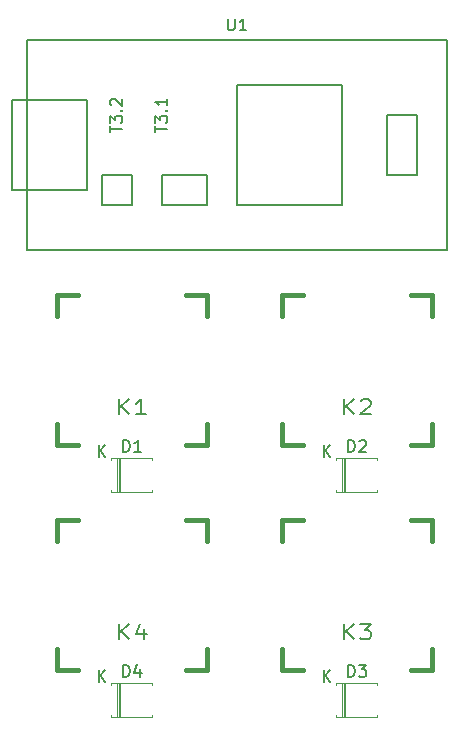
<source format=gbr>
G04 #@! TF.GenerationSoftware,KiCad,Pcbnew,(5.0.1-3-g963ef8bb5)*
G04 #@! TF.CreationDate,2018-12-19T18:05:48-08:00*
G04 #@! TF.ProjectId,snacky44,736E61636B7934342E6B696361645F70,rev?*
G04 #@! TF.SameCoordinates,Original*
G04 #@! TF.FileFunction,Legend,Top*
G04 #@! TF.FilePolarity,Positive*
%FSLAX46Y46*%
G04 Gerber Fmt 4.6, Leading zero omitted, Abs format (unit mm)*
G04 Created by KiCad (PCBNEW (5.0.1-3-g963ef8bb5)) date Wednesday, December 19, 2018 at 06:05:48 PM*
%MOMM*%
%LPD*%
G01*
G04 APERTURE LIST*
%ADD10C,0.120000*%
%ADD11C,0.381000*%
%ADD12C,0.150000*%
%ADD13C,0.203200*%
G04 APERTURE END LIST*
D10*
G04 #@! TO.C,D1*
X143060000Y-139730000D02*
X143060000Y-139550000D01*
X143060000Y-139550000D02*
X146500000Y-139550000D01*
X146500000Y-139550000D02*
X146500000Y-139730000D01*
X143060000Y-142210000D02*
X143060000Y-142390000D01*
X143060000Y-142390000D02*
X146500000Y-142390000D01*
X146500000Y-142390000D02*
X146500000Y-142210000D01*
X143660000Y-139550000D02*
X143660000Y-142390000D01*
X143780000Y-139550000D02*
X143780000Y-142390000D01*
X143540000Y-139550000D02*
X143540000Y-142390000D01*
G04 #@! TO.C,D2*
X162110000Y-139730000D02*
X162110000Y-139550000D01*
X162110000Y-139550000D02*
X165550000Y-139550000D01*
X165550000Y-139550000D02*
X165550000Y-139730000D01*
X162110000Y-142210000D02*
X162110000Y-142390000D01*
X162110000Y-142390000D02*
X165550000Y-142390000D01*
X165550000Y-142390000D02*
X165550000Y-142210000D01*
X162710000Y-139550000D02*
X162710000Y-142390000D01*
X162830000Y-139550000D02*
X162830000Y-142390000D01*
X162590000Y-139550000D02*
X162590000Y-142390000D01*
G04 #@! TO.C,D3*
X162590000Y-158600000D02*
X162590000Y-161440000D01*
X162830000Y-158600000D02*
X162830000Y-161440000D01*
X162710000Y-158600000D02*
X162710000Y-161440000D01*
X165550000Y-161440000D02*
X165550000Y-161260000D01*
X162110000Y-161440000D02*
X165550000Y-161440000D01*
X162110000Y-161260000D02*
X162110000Y-161440000D01*
X165550000Y-158600000D02*
X165550000Y-158780000D01*
X162110000Y-158600000D02*
X165550000Y-158600000D01*
X162110000Y-158780000D02*
X162110000Y-158600000D01*
G04 #@! TO.C,D4*
X143540000Y-158600000D02*
X143540000Y-161440000D01*
X143780000Y-158600000D02*
X143780000Y-161440000D01*
X143660000Y-158600000D02*
X143660000Y-161440000D01*
X146500000Y-161440000D02*
X146500000Y-161260000D01*
X143060000Y-161440000D02*
X146500000Y-161440000D01*
X143060000Y-161260000D02*
X143060000Y-161440000D01*
X146500000Y-158600000D02*
X146500000Y-158780000D01*
X143060000Y-158600000D02*
X146500000Y-158600000D01*
X143060000Y-158780000D02*
X143060000Y-158600000D01*
D11*
G04 #@! TO.C,K1*
X138430000Y-127508000D02*
X138430000Y-125730000D01*
X138430000Y-138430000D02*
X138430000Y-136652000D01*
X140208000Y-138430000D02*
X138430000Y-138430000D01*
X151130000Y-138430000D02*
X149352000Y-138430000D01*
X151130000Y-136652000D02*
X151130000Y-138430000D01*
X151130000Y-125730000D02*
X151130000Y-127508000D01*
X149352000Y-125730000D02*
X151130000Y-125730000D01*
X138430000Y-125730000D02*
X140208000Y-125730000D01*
G04 #@! TO.C,K2*
X157480000Y-127508000D02*
X157480000Y-125730000D01*
X157480000Y-138430000D02*
X157480000Y-136652000D01*
X159258000Y-138430000D02*
X157480000Y-138430000D01*
X170180000Y-138430000D02*
X168402000Y-138430000D01*
X170180000Y-136652000D02*
X170180000Y-138430000D01*
X170180000Y-125730000D02*
X170180000Y-127508000D01*
X168402000Y-125730000D02*
X170180000Y-125730000D01*
X157480000Y-125730000D02*
X159258000Y-125730000D01*
G04 #@! TO.C,K3*
X157480000Y-144780000D02*
X159258000Y-144780000D01*
X168402000Y-144780000D02*
X170180000Y-144780000D01*
X170180000Y-144780000D02*
X170180000Y-146558000D01*
X170180000Y-155702000D02*
X170180000Y-157480000D01*
X170180000Y-157480000D02*
X168402000Y-157480000D01*
X159258000Y-157480000D02*
X157480000Y-157480000D01*
X157480000Y-157480000D02*
X157480000Y-155702000D01*
X157480000Y-146558000D02*
X157480000Y-144780000D01*
G04 #@! TO.C,K4*
X138430000Y-144780000D02*
X140208000Y-144780000D01*
X149352000Y-144780000D02*
X151130000Y-144780000D01*
X151130000Y-144780000D02*
X151130000Y-146558000D01*
X151130000Y-155702000D02*
X151130000Y-157480000D01*
X151130000Y-157480000D02*
X149352000Y-157480000D01*
X140208000Y-157480000D02*
X138430000Y-157480000D01*
X138430000Y-157480000D02*
X138430000Y-155702000D01*
X138430000Y-146558000D02*
X138430000Y-144780000D01*
D12*
G04 #@! TO.C,U1*
X135890000Y-121920000D02*
X135890000Y-104140000D01*
X171450000Y-121920000D02*
X135890000Y-121920000D01*
X171450000Y-104140000D02*
X171450000Y-121920000D01*
X135890000Y-104140000D02*
X171450000Y-104140000D01*
X162560000Y-118110000D02*
X153670000Y-118110000D01*
X162560000Y-107950000D02*
X153670000Y-107950000D01*
X153670000Y-107950000D02*
X153670000Y-118110000D01*
X162560000Y-118110000D02*
X162560000Y-107950000D01*
X166370000Y-110490000D02*
X168910000Y-110490000D01*
X166370000Y-115570000D02*
X166370000Y-110490000D01*
X168910000Y-115570000D02*
X166370000Y-115570000D01*
X168910000Y-110490000D02*
X168910000Y-115570000D01*
X142240000Y-115570000D02*
X142240000Y-118110000D01*
X144780000Y-115570000D02*
X142240000Y-115570000D01*
X144780000Y-118110000D02*
X144780000Y-115570000D01*
X142240000Y-118110000D02*
X144780000Y-118110000D01*
X140970000Y-116840000D02*
X135890000Y-116840000D01*
X140970000Y-109220000D02*
X135890000Y-109220000D01*
X140970000Y-116840000D02*
X140970000Y-109220000D01*
X147320000Y-115570000D02*
X147320000Y-118110000D01*
X151130000Y-115570000D02*
X147320000Y-115570000D01*
X151130000Y-118110000D02*
X151130000Y-115570000D01*
X147320000Y-118110000D02*
X151130000Y-118110000D01*
X134620000Y-109220000D02*
X135890000Y-109220000D01*
X134620000Y-116840000D02*
X134620000Y-109220000D01*
X135890000Y-116840000D02*
X134620000Y-116840000D01*
G04 #@! TO.C,D1*
X144041904Y-139002380D02*
X144041904Y-138002380D01*
X144280000Y-138002380D01*
X144422857Y-138050000D01*
X144518095Y-138145238D01*
X144565714Y-138240476D01*
X144613333Y-138430952D01*
X144613333Y-138573809D01*
X144565714Y-138764285D01*
X144518095Y-138859523D01*
X144422857Y-138954761D01*
X144280000Y-139002380D01*
X144041904Y-139002380D01*
X145565714Y-139002380D02*
X144994285Y-139002380D01*
X145280000Y-139002380D02*
X145280000Y-138002380D01*
X145184761Y-138145238D01*
X145089523Y-138240476D01*
X144994285Y-138288095D01*
X141978095Y-139422380D02*
X141978095Y-138422380D01*
X142549523Y-139422380D02*
X142120952Y-138850952D01*
X142549523Y-138422380D02*
X141978095Y-138993809D01*
G04 #@! TO.C,D2*
X163091904Y-139002380D02*
X163091904Y-138002380D01*
X163330000Y-138002380D01*
X163472857Y-138050000D01*
X163568095Y-138145238D01*
X163615714Y-138240476D01*
X163663333Y-138430952D01*
X163663333Y-138573809D01*
X163615714Y-138764285D01*
X163568095Y-138859523D01*
X163472857Y-138954761D01*
X163330000Y-139002380D01*
X163091904Y-139002380D01*
X164044285Y-138097619D02*
X164091904Y-138050000D01*
X164187142Y-138002380D01*
X164425238Y-138002380D01*
X164520476Y-138050000D01*
X164568095Y-138097619D01*
X164615714Y-138192857D01*
X164615714Y-138288095D01*
X164568095Y-138430952D01*
X163996666Y-139002380D01*
X164615714Y-139002380D01*
X161028095Y-139422380D02*
X161028095Y-138422380D01*
X161599523Y-139422380D02*
X161170952Y-138850952D01*
X161599523Y-138422380D02*
X161028095Y-138993809D01*
G04 #@! TO.C,D3*
X163091904Y-158052380D02*
X163091904Y-157052380D01*
X163330000Y-157052380D01*
X163472857Y-157100000D01*
X163568095Y-157195238D01*
X163615714Y-157290476D01*
X163663333Y-157480952D01*
X163663333Y-157623809D01*
X163615714Y-157814285D01*
X163568095Y-157909523D01*
X163472857Y-158004761D01*
X163330000Y-158052380D01*
X163091904Y-158052380D01*
X163996666Y-157052380D02*
X164615714Y-157052380D01*
X164282380Y-157433333D01*
X164425238Y-157433333D01*
X164520476Y-157480952D01*
X164568095Y-157528571D01*
X164615714Y-157623809D01*
X164615714Y-157861904D01*
X164568095Y-157957142D01*
X164520476Y-158004761D01*
X164425238Y-158052380D01*
X164139523Y-158052380D01*
X164044285Y-158004761D01*
X163996666Y-157957142D01*
X161028095Y-158472380D02*
X161028095Y-157472380D01*
X161599523Y-158472380D02*
X161170952Y-157900952D01*
X161599523Y-157472380D02*
X161028095Y-158043809D01*
G04 #@! TO.C,D4*
X144041904Y-158052380D02*
X144041904Y-157052380D01*
X144280000Y-157052380D01*
X144422857Y-157100000D01*
X144518095Y-157195238D01*
X144565714Y-157290476D01*
X144613333Y-157480952D01*
X144613333Y-157623809D01*
X144565714Y-157814285D01*
X144518095Y-157909523D01*
X144422857Y-158004761D01*
X144280000Y-158052380D01*
X144041904Y-158052380D01*
X145470476Y-157385714D02*
X145470476Y-158052380D01*
X145232380Y-157004761D02*
X144994285Y-157719047D01*
X145613333Y-157719047D01*
X141978095Y-158472380D02*
X141978095Y-157472380D01*
X142549523Y-158472380D02*
X142120952Y-157900952D01*
X142549523Y-157472380D02*
X141978095Y-158043809D01*
G04 #@! TO.C,K1*
D13*
X143655142Y-135829523D02*
X143655142Y-134559523D01*
X144526000Y-135829523D02*
X143872857Y-135103809D01*
X144526000Y-134559523D02*
X143655142Y-135285238D01*
X145977428Y-135829523D02*
X145106571Y-135829523D01*
X145542000Y-135829523D02*
X145542000Y-134559523D01*
X145396857Y-134740952D01*
X145251714Y-134861904D01*
X145106571Y-134922380D01*
G04 #@! TO.C,K2*
X162705142Y-135829523D02*
X162705142Y-134559523D01*
X163576000Y-135829523D02*
X162922857Y-135103809D01*
X163576000Y-134559523D02*
X162705142Y-135285238D01*
X164156571Y-134680476D02*
X164229142Y-134620000D01*
X164374285Y-134559523D01*
X164737142Y-134559523D01*
X164882285Y-134620000D01*
X164954857Y-134680476D01*
X165027428Y-134801428D01*
X165027428Y-134922380D01*
X164954857Y-135103809D01*
X164084000Y-135829523D01*
X165027428Y-135829523D01*
G04 #@! TO.C,K3*
X162705142Y-154879523D02*
X162705142Y-153609523D01*
X163576000Y-154879523D02*
X162922857Y-154153809D01*
X163576000Y-153609523D02*
X162705142Y-154335238D01*
X164084000Y-153609523D02*
X165027428Y-153609523D01*
X164519428Y-154093333D01*
X164737142Y-154093333D01*
X164882285Y-154153809D01*
X164954857Y-154214285D01*
X165027428Y-154335238D01*
X165027428Y-154637619D01*
X164954857Y-154758571D01*
X164882285Y-154819047D01*
X164737142Y-154879523D01*
X164301714Y-154879523D01*
X164156571Y-154819047D01*
X164084000Y-154758571D01*
G04 #@! TO.C,K4*
X143655142Y-154879523D02*
X143655142Y-153609523D01*
X144526000Y-154879523D02*
X143872857Y-154153809D01*
X144526000Y-153609523D02*
X143655142Y-154335238D01*
X145832285Y-154032857D02*
X145832285Y-154879523D01*
X145469428Y-153549047D02*
X145106571Y-154456190D01*
X146050000Y-154456190D01*
G04 #@! TO.C,U1*
D12*
X152908095Y-102322380D02*
X152908095Y-103131904D01*
X152955714Y-103227142D01*
X153003333Y-103274761D01*
X153098571Y-103322380D01*
X153289047Y-103322380D01*
X153384285Y-103274761D01*
X153431904Y-103227142D01*
X153479523Y-103131904D01*
X153479523Y-102322380D01*
X154479523Y-103322380D02*
X153908095Y-103322380D01*
X154193809Y-103322380D02*
X154193809Y-102322380D01*
X154098571Y-102465238D01*
X154003333Y-102560476D01*
X153908095Y-102608095D01*
X146772380Y-111966190D02*
X146772380Y-111394761D01*
X147772380Y-111680476D02*
X146772380Y-111680476D01*
X146772380Y-111156666D02*
X146772380Y-110537619D01*
X147153333Y-110870952D01*
X147153333Y-110728095D01*
X147200952Y-110632857D01*
X147248571Y-110585238D01*
X147343809Y-110537619D01*
X147581904Y-110537619D01*
X147677142Y-110585238D01*
X147724761Y-110632857D01*
X147772380Y-110728095D01*
X147772380Y-111013809D01*
X147724761Y-111109047D01*
X147677142Y-111156666D01*
X147677142Y-110109047D02*
X147724761Y-110061428D01*
X147772380Y-110109047D01*
X147724761Y-110156666D01*
X147677142Y-110109047D01*
X147772380Y-110109047D01*
X147772380Y-109109047D02*
X147772380Y-109680476D01*
X147772380Y-109394761D02*
X146772380Y-109394761D01*
X146915238Y-109490000D01*
X147010476Y-109585238D01*
X147058095Y-109680476D01*
X142962380Y-111966190D02*
X142962380Y-111394761D01*
X143962380Y-111680476D02*
X142962380Y-111680476D01*
X142962380Y-111156666D02*
X142962380Y-110537619D01*
X143343333Y-110870952D01*
X143343333Y-110728095D01*
X143390952Y-110632857D01*
X143438571Y-110585238D01*
X143533809Y-110537619D01*
X143771904Y-110537619D01*
X143867142Y-110585238D01*
X143914761Y-110632857D01*
X143962380Y-110728095D01*
X143962380Y-111013809D01*
X143914761Y-111109047D01*
X143867142Y-111156666D01*
X143867142Y-110109047D02*
X143914761Y-110061428D01*
X143962380Y-110109047D01*
X143914761Y-110156666D01*
X143867142Y-110109047D01*
X143962380Y-110109047D01*
X143057619Y-109680476D02*
X143010000Y-109632857D01*
X142962380Y-109537619D01*
X142962380Y-109299523D01*
X143010000Y-109204285D01*
X143057619Y-109156666D01*
X143152857Y-109109047D01*
X143248095Y-109109047D01*
X143390952Y-109156666D01*
X143962380Y-109728095D01*
X143962380Y-109109047D01*
G04 #@! TD*
M02*

</source>
